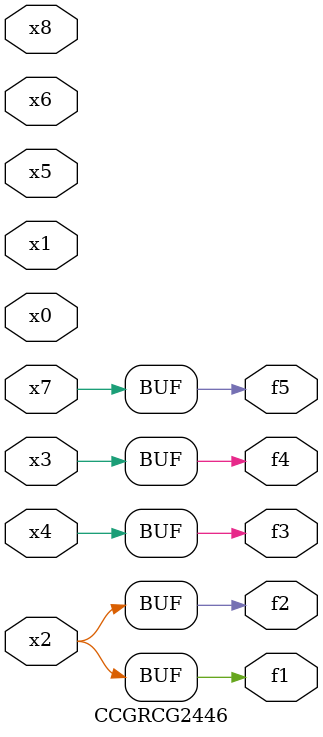
<source format=v>
module CCGRCG2446(
	input x0, x1, x2, x3, x4, x5, x6, x7, x8,
	output f1, f2, f3, f4, f5
);
	assign f1 = x2;
	assign f2 = x2;
	assign f3 = x4;
	assign f4 = x3;
	assign f5 = x7;
endmodule

</source>
